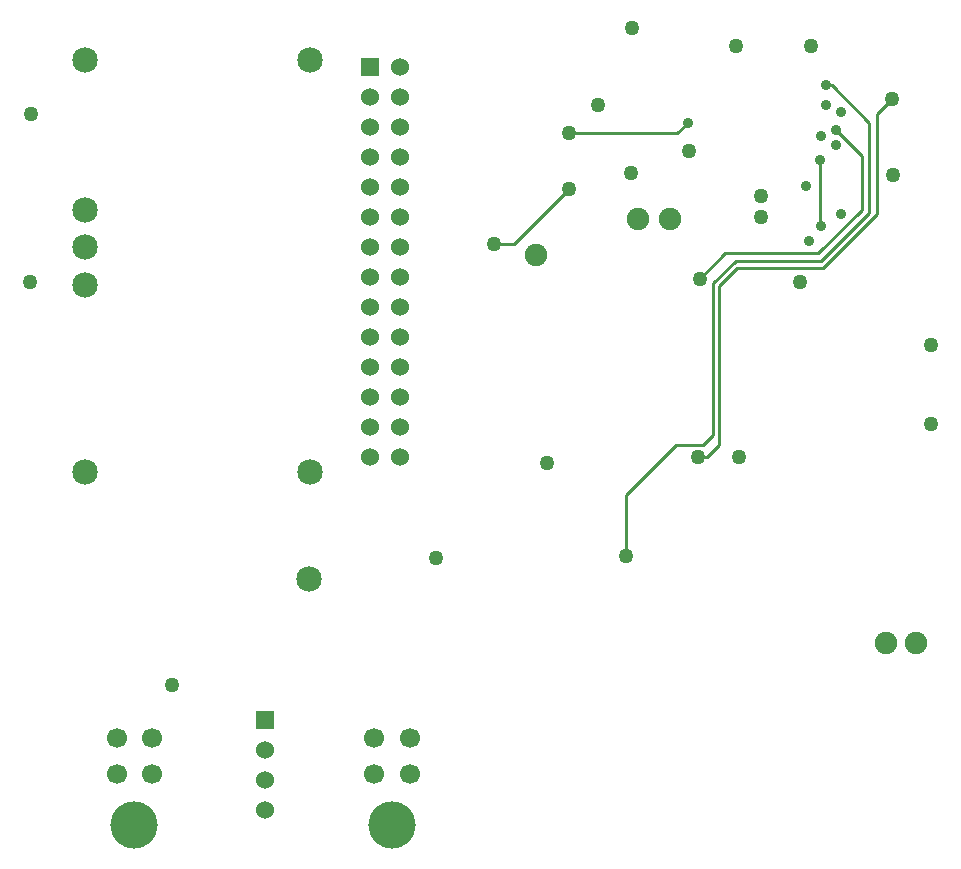
<source format=gbl>
G04*
G04 #@! TF.GenerationSoftware,Altium Limited,Altium Designer,18.0.11 (651)*
G04*
G04 Layer_Physical_Order=4*
G04 Layer_Color=16711680*
%FSLAX25Y25*%
%MOIN*%
G70*
G01*
G75*
%ADD13C,0.01000*%
%ADD72C,0.08500*%
%ADD73C,0.15748*%
%ADD74C,0.06693*%
%ADD75C,0.06000*%
%ADD76R,0.06000X0.06000*%
%ADD77C,0.03500*%
%ADD78C,0.05000*%
%ADD79C,0.07500*%
D13*
X490000Y372500D02*
Y394000D01*
Y372500D02*
X490484Y372016D01*
X462500Y358000D02*
X491000D01*
X456500Y352000D02*
X462500Y358000D01*
X456500Y299000D02*
Y352000D01*
X462000Y360500D02*
X490500D01*
X454500Y353000D02*
X462000Y360500D01*
X454500Y302500D02*
Y353000D01*
X504000Y377500D02*
Y395500D01*
X489500Y363000D02*
X504000Y377500D01*
X458500Y363000D02*
X489500D01*
X450000Y354500D02*
X458500Y363000D01*
X495500Y404000D02*
X504000Y395500D01*
X442000Y299000D02*
X451000D01*
X425500Y282500D02*
X442000Y299000D01*
X425500Y262000D02*
Y282500D01*
X451000Y299000D02*
X454500Y302500D01*
X490500Y360500D02*
X506500Y376500D01*
Y406500D01*
X494000Y419000D02*
X506500Y406500D01*
X492000Y419000D02*
X494000D01*
X452500Y295000D02*
X456500Y299000D01*
X449500Y295000D02*
X452500D01*
X491000Y358000D02*
X509000Y376000D01*
Y409500D01*
X514000Y414500D01*
X388000Y366000D02*
X406500Y384500D01*
X381500Y366000D02*
X388000D01*
X406500Y403000D02*
X442500D01*
X446000Y406500D01*
D72*
X320000Y427500D02*
D03*
X245000D02*
D03*
Y377500D02*
D03*
Y365000D02*
D03*
Y352500D02*
D03*
Y290000D02*
D03*
X320000D02*
D03*
X319750Y254250D02*
D03*
D73*
X261595Y172492D02*
D03*
X347500Y172500D02*
D03*
D74*
X255689Y201311D02*
D03*
X267500D02*
D03*
Y189500D02*
D03*
X255689D02*
D03*
X341595Y189508D02*
D03*
X353405D02*
D03*
Y201319D02*
D03*
X341595D02*
D03*
D75*
X350000Y295000D02*
D03*
X340000D02*
D03*
X350000Y305000D02*
D03*
X340000D02*
D03*
X350000Y315000D02*
D03*
X340000D02*
D03*
X350000Y325000D02*
D03*
X340000D02*
D03*
X350000Y335000D02*
D03*
X340000D02*
D03*
X350000Y345000D02*
D03*
X340000D02*
D03*
X350000Y355000D02*
D03*
X340000D02*
D03*
X350000Y365000D02*
D03*
X340000D02*
D03*
X350000Y375000D02*
D03*
X340000D02*
D03*
X350000Y385000D02*
D03*
X340000D02*
D03*
X350000Y395000D02*
D03*
X340000D02*
D03*
X350000Y405000D02*
D03*
X340000D02*
D03*
X350000Y415000D02*
D03*
X340000D02*
D03*
X350000Y425000D02*
D03*
X305000Y197500D02*
D03*
Y187500D02*
D03*
Y177500D02*
D03*
D76*
X340000Y425000D02*
D03*
X305000Y207500D02*
D03*
D77*
X490000Y394000D02*
D03*
X490500Y402169D02*
D03*
X495500Y399000D02*
D03*
X486500Y367000D02*
D03*
X497000Y376000D02*
D03*
X490484Y372016D02*
D03*
X485500Y385500D02*
D03*
X446000Y406500D02*
D03*
X495500Y404000D02*
D03*
X497000Y410000D02*
D03*
X492000Y412500D02*
D03*
Y419000D02*
D03*
D78*
X274000Y219000D02*
D03*
X362000Y261500D02*
D03*
X226953Y353453D02*
D03*
X227000Y409500D02*
D03*
X425500Y262000D02*
D03*
X450000Y354500D02*
D03*
X483500Y353500D02*
D03*
X514000Y414500D02*
D03*
X463000Y295000D02*
D03*
X449500D02*
D03*
X381500Y366000D02*
D03*
X406500Y384500D02*
D03*
X399185Y293000D02*
D03*
X527000Y332500D02*
D03*
Y306000D02*
D03*
X470500Y375000D02*
D03*
Y382000D02*
D03*
X406500Y403000D02*
D03*
X416000Y412500D02*
D03*
X427000Y389685D02*
D03*
X446500Y397000D02*
D03*
X427500Y438000D02*
D03*
X514500Y389000D02*
D03*
X462000Y432000D02*
D03*
X487000D02*
D03*
D79*
X395500Y362500D02*
D03*
X440000Y374500D02*
D03*
X429500D02*
D03*
X522000Y233000D02*
D03*
X512000D02*
D03*
M02*

</source>
